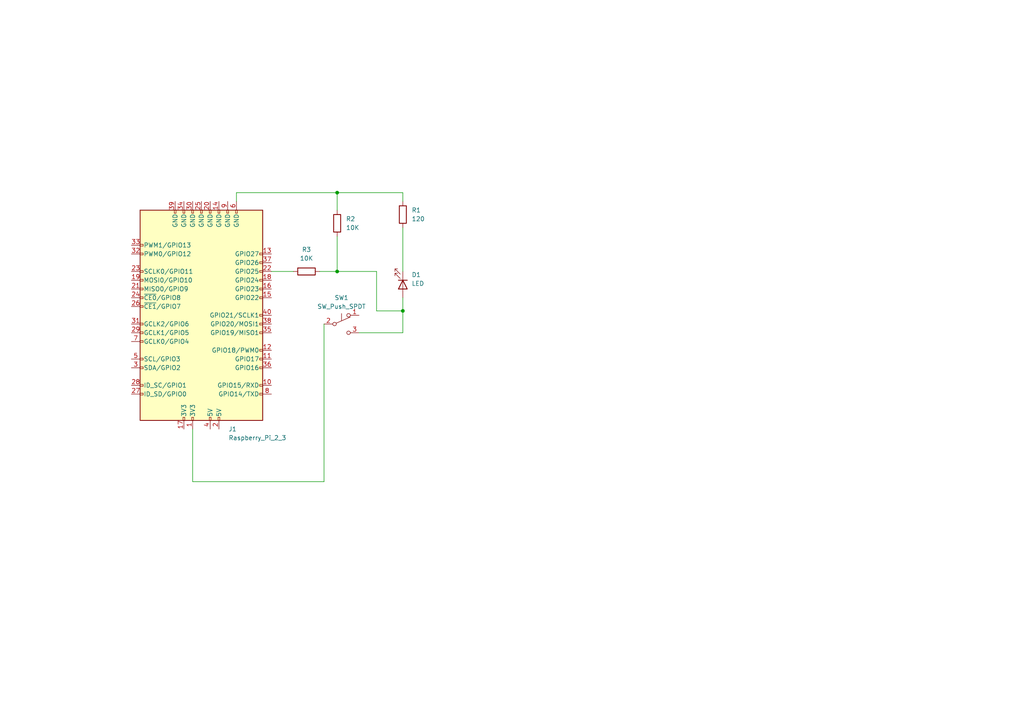
<source format=kicad_sch>
(kicad_sch (version 20211123) (generator eeschema)

  (uuid 9538e4ed-27e6-4c37-b989-9859dc0d49e8)

  (paper "A4")

  (lib_symbols
    (symbol "Connector:Raspberry_Pi_2_3" (pin_names (offset 1.016)) (in_bom yes) (on_board yes)
      (property "Reference" "J" (id 0) (at -17.78 31.75 0)
        (effects (font (size 1.27 1.27)) (justify left bottom))
      )
      (property "Value" "Raspberry_Pi_2_3" (id 1) (at 10.16 -31.75 0)
        (effects (font (size 1.27 1.27)) (justify left top))
      )
      (property "Footprint" "" (id 2) (at 0 0 0)
        (effects (font (size 1.27 1.27)) hide)
      )
      (property "Datasheet" "https://www.raspberrypi.org/documentation/hardware/raspberrypi/schematics/rpi_SCH_3bplus_1p0_reduced.pdf" (id 3) (at 0 0 0)
        (effects (font (size 1.27 1.27)) hide)
      )
      (property "ki_keywords" "raspberrypi gpio" (id 4) (at 0 0 0)
        (effects (font (size 1.27 1.27)) hide)
      )
      (property "ki_description" "expansion header for Raspberry Pi 2 & 3" (id 5) (at 0 0 0)
        (effects (font (size 1.27 1.27)) hide)
      )
      (property "ki_fp_filters" "PinHeader*2x20*P2.54mm*Vertical* PinSocket*2x20*P2.54mm*Vertical*" (id 6) (at 0 0 0)
        (effects (font (size 1.27 1.27)) hide)
      )
      (symbol "Raspberry_Pi_2_3_0_1"
        (rectangle (start -17.78 30.48) (end 17.78 -30.48)
          (stroke (width 0.254) (type default) (color 0 0 0 0))
          (fill (type background))
        )
      )
      (symbol "Raspberry_Pi_2_3_1_1"
        (rectangle (start -16.891 -17.526) (end -17.78 -18.034)
          (stroke (width 0) (type default) (color 0 0 0 0))
          (fill (type none))
        )
        (rectangle (start -16.891 -14.986) (end -17.78 -15.494)
          (stroke (width 0) (type default) (color 0 0 0 0))
          (fill (type none))
        )
        (rectangle (start -16.891 -12.446) (end -17.78 -12.954)
          (stroke (width 0) (type default) (color 0 0 0 0))
          (fill (type none))
        )
        (rectangle (start -16.891 -9.906) (end -17.78 -10.414)
          (stroke (width 0) (type default) (color 0 0 0 0))
          (fill (type none))
        )
        (rectangle (start -16.891 -7.366) (end -17.78 -7.874)
          (stroke (width 0) (type default) (color 0 0 0 0))
          (fill (type none))
        )
        (rectangle (start -16.891 -4.826) (end -17.78 -5.334)
          (stroke (width 0) (type default) (color 0 0 0 0))
          (fill (type none))
        )
        (rectangle (start -16.891 0.254) (end -17.78 -0.254)
          (stroke (width 0) (type default) (color 0 0 0 0))
          (fill (type none))
        )
        (rectangle (start -16.891 2.794) (end -17.78 2.286)
          (stroke (width 0) (type default) (color 0 0 0 0))
          (fill (type none))
        )
        (rectangle (start -16.891 5.334) (end -17.78 4.826)
          (stroke (width 0) (type default) (color 0 0 0 0))
          (fill (type none))
        )
        (rectangle (start -16.891 10.414) (end -17.78 9.906)
          (stroke (width 0) (type default) (color 0 0 0 0))
          (fill (type none))
        )
        (rectangle (start -16.891 12.954) (end -17.78 12.446)
          (stroke (width 0) (type default) (color 0 0 0 0))
          (fill (type none))
        )
        (rectangle (start -16.891 15.494) (end -17.78 14.986)
          (stroke (width 0) (type default) (color 0 0 0 0))
          (fill (type none))
        )
        (rectangle (start -16.891 20.574) (end -17.78 20.066)
          (stroke (width 0) (type default) (color 0 0 0 0))
          (fill (type none))
        )
        (rectangle (start -16.891 23.114) (end -17.78 22.606)
          (stroke (width 0) (type default) (color 0 0 0 0))
          (fill (type none))
        )
        (rectangle (start -10.414 -29.591) (end -9.906 -30.48)
          (stroke (width 0) (type default) (color 0 0 0 0))
          (fill (type none))
        )
        (rectangle (start -7.874 -29.591) (end -7.366 -30.48)
          (stroke (width 0) (type default) (color 0 0 0 0))
          (fill (type none))
        )
        (rectangle (start -5.334 -29.591) (end -4.826 -30.48)
          (stroke (width 0) (type default) (color 0 0 0 0))
          (fill (type none))
        )
        (rectangle (start -5.334 30.48) (end -4.826 29.591)
          (stroke (width 0) (type default) (color 0 0 0 0))
          (fill (type none))
        )
        (rectangle (start -2.794 -29.591) (end -2.286 -30.48)
          (stroke (width 0) (type default) (color 0 0 0 0))
          (fill (type none))
        )
        (rectangle (start -2.794 30.48) (end -2.286 29.591)
          (stroke (width 0) (type default) (color 0 0 0 0))
          (fill (type none))
        )
        (rectangle (start -0.254 -29.591) (end 0.254 -30.48)
          (stroke (width 0) (type default) (color 0 0 0 0))
          (fill (type none))
        )
        (rectangle (start 2.286 -29.591) (end 2.794 -30.48)
          (stroke (width 0) (type default) (color 0 0 0 0))
          (fill (type none))
        )
        (rectangle (start 2.286 30.48) (end 2.794 29.591)
          (stroke (width 0) (type default) (color 0 0 0 0))
          (fill (type none))
        )
        (rectangle (start 4.826 -29.591) (end 5.334 -30.48)
          (stroke (width 0) (type default) (color 0 0 0 0))
          (fill (type none))
        )
        (rectangle (start 4.826 30.48) (end 5.334 29.591)
          (stroke (width 0) (type default) (color 0 0 0 0))
          (fill (type none))
        )
        (rectangle (start 7.366 -29.591) (end 7.874 -30.48)
          (stroke (width 0) (type default) (color 0 0 0 0))
          (fill (type none))
        )
        (rectangle (start 17.78 -20.066) (end 16.891 -20.574)
          (stroke (width 0) (type default) (color 0 0 0 0))
          (fill (type none))
        )
        (rectangle (start 17.78 -17.526) (end 16.891 -18.034)
          (stroke (width 0) (type default) (color 0 0 0 0))
          (fill (type none))
        )
        (rectangle (start 17.78 -12.446) (end 16.891 -12.954)
          (stroke (width 0) (type default) (color 0 0 0 0))
          (fill (type none))
        )
        (rectangle (start 17.78 -9.906) (end 16.891 -10.414)
          (stroke (width 0) (type default) (color 0 0 0 0))
          (fill (type none))
        )
        (rectangle (start 17.78 -7.366) (end 16.891 -7.874)
          (stroke (width 0) (type default) (color 0 0 0 0))
          (fill (type none))
        )
        (rectangle (start 17.78 -4.826) (end 16.891 -5.334)
          (stroke (width 0) (type default) (color 0 0 0 0))
          (fill (type none))
        )
        (rectangle (start 17.78 -2.286) (end 16.891 -2.794)
          (stroke (width 0) (type default) (color 0 0 0 0))
          (fill (type none))
        )
        (rectangle (start 17.78 2.794) (end 16.891 2.286)
          (stroke (width 0) (type default) (color 0 0 0 0))
          (fill (type none))
        )
        (rectangle (start 17.78 5.334) (end 16.891 4.826)
          (stroke (width 0) (type default) (color 0 0 0 0))
          (fill (type none))
        )
        (rectangle (start 17.78 7.874) (end 16.891 7.366)
          (stroke (width 0) (type default) (color 0 0 0 0))
          (fill (type none))
        )
        (rectangle (start 17.78 12.954) (end 16.891 12.446)
          (stroke (width 0) (type default) (color 0 0 0 0))
          (fill (type none))
        )
        (rectangle (start 17.78 15.494) (end 16.891 14.986)
          (stroke (width 0) (type default) (color 0 0 0 0))
          (fill (type none))
        )
        (rectangle (start 17.78 20.574) (end 16.891 20.066)
          (stroke (width 0) (type default) (color 0 0 0 0))
          (fill (type none))
        )
        (rectangle (start 17.78 23.114) (end 16.891 22.606)
          (stroke (width 0) (type default) (color 0 0 0 0))
          (fill (type none))
        )
        (pin power_in line (at 2.54 33.02 270) (length 2.54)
          (name "3V3" (effects (font (size 1.27 1.27))))
          (number "1" (effects (font (size 1.27 1.27))))
        )
        (pin bidirectional line (at -20.32 20.32 0) (length 2.54)
          (name "GPIO15/RXD" (effects (font (size 1.27 1.27))))
          (number "10" (effects (font (size 1.27 1.27))))
        )
        (pin bidirectional line (at -20.32 12.7 0) (length 2.54)
          (name "GPIO17" (effects (font (size 1.27 1.27))))
          (number "11" (effects (font (size 1.27 1.27))))
        )
        (pin bidirectional line (at -20.32 10.16 0) (length 2.54)
          (name "GPIO18/PWM0" (effects (font (size 1.27 1.27))))
          (number "12" (effects (font (size 1.27 1.27))))
        )
        (pin bidirectional line (at -20.32 -17.78 0) (length 2.54)
          (name "GPIO27" (effects (font (size 1.27 1.27))))
          (number "13" (effects (font (size 1.27 1.27))))
        )
        (pin power_in line (at -5.08 -33.02 90) (length 2.54)
          (name "GND" (effects (font (size 1.27 1.27))))
          (number "14" (effects (font (size 1.27 1.27))))
        )
        (pin bidirectional line (at -20.32 -5.08 0) (length 2.54)
          (name "GPIO22" (effects (font (size 1.27 1.27))))
          (number "15" (effects (font (size 1.27 1.27))))
        )
        (pin bidirectional line (at -20.32 -7.62 0) (length 2.54)
          (name "GPIO23" (effects (font (size 1.27 1.27))))
          (number "16" (effects (font (size 1.27 1.27))))
        )
        (pin power_in line (at 5.08 33.02 270) (length 2.54)
          (name "3V3" (effects (font (size 1.27 1.27))))
          (number "17" (effects (font (size 1.27 1.27))))
        )
        (pin bidirectional line (at -20.32 -10.16 0) (length 2.54)
          (name "GPIO24" (effects (font (size 1.27 1.27))))
          (number "18" (effects (font (size 1.27 1.27))))
        )
        (pin bidirectional line (at 20.32 -10.16 180) (length 2.54)
          (name "MOSI0/GPIO10" (effects (font (size 1.27 1.27))))
          (number "19" (effects (font (size 1.27 1.27))))
        )
        (pin power_in line (at -5.08 33.02 270) (length 2.54)
          (name "5V" (effects (font (size 1.27 1.27))))
          (number "2" (effects (font (size 1.27 1.27))))
        )
        (pin power_in line (at -2.54 -33.02 90) (length 2.54)
          (name "GND" (effects (font (size 1.27 1.27))))
          (number "20" (effects (font (size 1.27 1.27))))
        )
        (pin bidirectional line (at 20.32 -7.62 180) (length 2.54)
          (name "MISO0/GPIO9" (effects (font (size 1.27 1.27))))
          (number "21" (effects (font (size 1.27 1.27))))
        )
        (pin bidirectional line (at -20.32 -12.7 0) (length 2.54)
          (name "GPIO25" (effects (font (size 1.27 1.27))))
          (number "22" (effects (font (size 1.27 1.27))))
        )
        (pin bidirectional line (at 20.32 -12.7 180) (length 2.54)
          (name "SCLK0/GPIO11" (effects (font (size 1.27 1.27))))
          (number "23" (effects (font (size 1.27 1.27))))
        )
        (pin bidirectional line (at 20.32 -5.08 180) (length 2.54)
          (name "~{CE0}/GPIO8" (effects (font (size 1.27 1.27))))
          (number "24" (effects (font (size 1.27 1.27))))
        )
        (pin power_in line (at 0 -33.02 90) (length 2.54)
          (name "GND" (effects (font (size 1.27 1.27))))
          (number "25" (effects (font (size 1.27 1.27))))
        )
        (pin bidirectional line (at 20.32 -2.54 180) (length 2.54)
          (name "~{CE1}/GPIO7" (effects (font (size 1.27 1.27))))
          (number "26" (effects (font (size 1.27 1.27))))
        )
        (pin bidirectional line (at 20.32 22.86 180) (length 2.54)
          (name "ID_SD/GPIO0" (effects (font (size 1.27 1.27))))
          (number "27" (effects (font (size 1.27 1.27))))
        )
        (pin bidirectional line (at 20.32 20.32 180) (length 2.54)
          (name "ID_SC/GPIO1" (effects (font (size 1.27 1.27))))
          (number "28" (effects (font (size 1.27 1.27))))
        )
        (pin bidirectional line (at 20.32 5.08 180) (length 2.54)
          (name "GCLK1/GPIO5" (effects (font (size 1.27 1.27))))
          (number "29" (effects (font (size 1.27 1.27))))
        )
        (pin bidirectional line (at 20.32 15.24 180) (length 2.54)
          (name "SDA/GPIO2" (effects (font (size 1.27 1.27))))
          (number "3" (effects (font (size 1.27 1.27))))
        )
        (pin power_in line (at 2.54 -33.02 90) (length 2.54)
          (name "GND" (effects (font (size 1.27 1.27))))
          (number "30" (effects (font (size 1.27 1.27))))
        )
        (pin bidirectional line (at 20.32 2.54 180) (length 2.54)
          (name "GCLK2/GPIO6" (effects (font (size 1.27 1.27))))
          (number "31" (effects (font (size 1.27 1.27))))
        )
        (pin bidirectional line (at 20.32 -17.78 180) (length 2.54)
          (name "PWM0/GPIO12" (effects (font (size 1.27 1.27))))
          (number "32" (effects (font (size 1.27 1.27))))
        )
        (pin bidirectional line (at 20.32 -20.32 180) (length 2.54)
          (name "PWM1/GPIO13" (effects (font (size 1.27 1.27))))
          (number "33" (effects (font (size 1.27 1.27))))
        )
        (pin power_in line (at 5.08 -33.02 90) (length 2.54)
          (name "GND" (effects (font (size 1.27 1.27))))
          (number "34" (effects (font (size 1.27 1.27))))
        )
        (pin bidirectional line (at -20.32 5.08 0) (length 2.54)
          (name "GPIO19/MISO1" (effects (font (size 1.27 1.27))))
          (number "35" (effects (font (size 1.27 1.27))))
        )
        (pin bidirectional line (at -20.32 15.24 0) (length 2.54)
          (name "GPIO16" (effects (font (size 1.27 1.27))))
          (number "36" (effects (font (size 1.27 1.27))))
        )
        (pin bidirectional line (at -20.32 -15.24 0) (length 2.54)
          (name "GPIO26" (effects (font (size 1.27 1.27))))
          (number "37" (effects (font (size 1.27 1.27))))
        )
        (pin bidirectional line (at -20.32 2.54 0) (length 2.54)
          (name "GPIO20/MOSI1" (effects (font (size 1.27 1.27))))
          (number "38" (effects (font (size 1.27 1.27))))
        )
        (pin power_in line (at 7.62 -33.02 90) (length 2.54)
          (name "GND" (effects (font (size 1.27 1.27))))
          (number "39" (effects (font (size 1.27 1.27))))
        )
        (pin power_in line (at -2.54 33.02 270) (length 2.54)
          (name "5V" (effects (font (size 1.27 1.27))))
          (number "4" (effects (font (size 1.27 1.27))))
        )
        (pin bidirectional line (at -20.32 0 0) (length 2.54)
          (name "GPIO21/SCLK1" (effects (font (size 1.27 1.27))))
          (number "40" (effects (font (size 1.27 1.27))))
        )
        (pin bidirectional line (at 20.32 12.7 180) (length 2.54)
          (name "SCL/GPIO3" (effects (font (size 1.27 1.27))))
          (number "5" (effects (font (size 1.27 1.27))))
        )
        (pin power_in line (at -10.16 -33.02 90) (length 2.54)
          (name "GND" (effects (font (size 1.27 1.27))))
          (number "6" (effects (font (size 1.27 1.27))))
        )
        (pin bidirectional line (at 20.32 7.62 180) (length 2.54)
          (name "GCLK0/GPIO4" (effects (font (size 1.27 1.27))))
          (number "7" (effects (font (size 1.27 1.27))))
        )
        (pin bidirectional line (at -20.32 22.86 0) (length 2.54)
          (name "GPIO14/TXD" (effects (font (size 1.27 1.27))))
          (number "8" (effects (font (size 1.27 1.27))))
        )
        (pin power_in line (at -7.62 -33.02 90) (length 2.54)
          (name "GND" (effects (font (size 1.27 1.27))))
          (number "9" (effects (font (size 1.27 1.27))))
        )
      )
    )
    (symbol "Device:LED" (pin_numbers hide) (pin_names (offset 1.016) hide) (in_bom yes) (on_board yes)
      (property "Reference" "D" (id 0) (at 0 2.54 0)
        (effects (font (size 1.27 1.27)))
      )
      (property "Value" "LED" (id 1) (at 0 -2.54 0)
        (effects (font (size 1.27 1.27)))
      )
      (property "Footprint" "" (id 2) (at 0 0 0)
        (effects (font (size 1.27 1.27)) hide)
      )
      (property "Datasheet" "~" (id 3) (at 0 0 0)
        (effects (font (size 1.27 1.27)) hide)
      )
      (property "ki_keywords" "LED diode" (id 4) (at 0 0 0)
        (effects (font (size 1.27 1.27)) hide)
      )
      (property "ki_description" "Light emitting diode" (id 5) (at 0 0 0)
        (effects (font (size 1.27 1.27)) hide)
      )
      (property "ki_fp_filters" "LED* LED_SMD:* LED_THT:*" (id 6) (at 0 0 0)
        (effects (font (size 1.27 1.27)) hide)
      )
      (symbol "LED_0_1"
        (polyline
          (pts
            (xy -1.27 -1.27)
            (xy -1.27 1.27)
          )
          (stroke (width 0.254) (type default) (color 0 0 0 0))
          (fill (type none))
        )
        (polyline
          (pts
            (xy -1.27 0)
            (xy 1.27 0)
          )
          (stroke (width 0) (type default) (color 0 0 0 0))
          (fill (type none))
        )
        (polyline
          (pts
            (xy 1.27 -1.27)
            (xy 1.27 1.27)
            (xy -1.27 0)
            (xy 1.27 -1.27)
          )
          (stroke (width 0.254) (type default) (color 0 0 0 0))
          (fill (type none))
        )
        (polyline
          (pts
            (xy -3.048 -0.762)
            (xy -4.572 -2.286)
            (xy -3.81 -2.286)
            (xy -4.572 -2.286)
            (xy -4.572 -1.524)
          )
          (stroke (width 0) (type default) (color 0 0 0 0))
          (fill (type none))
        )
        (polyline
          (pts
            (xy -1.778 -0.762)
            (xy -3.302 -2.286)
            (xy -2.54 -2.286)
            (xy -3.302 -2.286)
            (xy -3.302 -1.524)
          )
          (stroke (width 0) (type default) (color 0 0 0 0))
          (fill (type none))
        )
      )
      (symbol "LED_1_1"
        (pin passive line (at -3.81 0 0) (length 2.54)
          (name "K" (effects (font (size 1.27 1.27))))
          (number "1" (effects (font (size 1.27 1.27))))
        )
        (pin passive line (at 3.81 0 180) (length 2.54)
          (name "A" (effects (font (size 1.27 1.27))))
          (number "2" (effects (font (size 1.27 1.27))))
        )
      )
    )
    (symbol "Device:R" (pin_numbers hide) (pin_names (offset 0)) (in_bom yes) (on_board yes)
      (property "Reference" "R" (id 0) (at 2.032 0 90)
        (effects (font (size 1.27 1.27)))
      )
      (property "Value" "R" (id 1) (at 0 0 90)
        (effects (font (size 1.27 1.27)))
      )
      (property "Footprint" "" (id 2) (at -1.778 0 90)
        (effects (font (size 1.27 1.27)) hide)
      )
      (property "Datasheet" "~" (id 3) (at 0 0 0)
        (effects (font (size 1.27 1.27)) hide)
      )
      (property "ki_keywords" "R res resistor" (id 4) (at 0 0 0)
        (effects (font (size 1.27 1.27)) hide)
      )
      (property "ki_description" "Resistor" (id 5) (at 0 0 0)
        (effects (font (size 1.27 1.27)) hide)
      )
      (property "ki_fp_filters" "R_*" (id 6) (at 0 0 0)
        (effects (font (size 1.27 1.27)) hide)
      )
      (symbol "R_0_1"
        (rectangle (start -1.016 -2.54) (end 1.016 2.54)
          (stroke (width 0.254) (type default) (color 0 0 0 0))
          (fill (type none))
        )
      )
      (symbol "R_1_1"
        (pin passive line (at 0 3.81 270) (length 1.27)
          (name "~" (effects (font (size 1.27 1.27))))
          (number "1" (effects (font (size 1.27 1.27))))
        )
        (pin passive line (at 0 -3.81 90) (length 1.27)
          (name "~" (effects (font (size 1.27 1.27))))
          (number "2" (effects (font (size 1.27 1.27))))
        )
      )
    )
    (symbol "Switch:SW_Push_SPDT" (pin_names (offset 0) hide) (in_bom yes) (on_board yes)
      (property "Reference" "SW" (id 0) (at 0 4.318 0)
        (effects (font (size 1.27 1.27)))
      )
      (property "Value" "SW_Push_SPDT" (id 1) (at 0 -5.08 0)
        (effects (font (size 1.27 1.27)))
      )
      (property "Footprint" "" (id 2) (at 0 0 0)
        (effects (font (size 1.27 1.27)) hide)
      )
      (property "Datasheet" "~" (id 3) (at 0 0 0)
        (effects (font (size 1.27 1.27)) hide)
      )
      (property "ki_keywords" "switch single-pole double-throw spdt ON-ON" (id 4) (at 0 0 0)
        (effects (font (size 1.27 1.27)) hide)
      )
      (property "ki_description" "Momentary Switch, single pole double throw" (id 5) (at 0 0 0)
        (effects (font (size 1.27 1.27)) hide)
      )
      (symbol "SW_Push_SPDT_0_0"
        (circle (center -2.032 0) (radius 0.508)
          (stroke (width 0) (type default) (color 0 0 0 0))
          (fill (type none))
        )
        (polyline
          (pts
            (xy 0 1.016)
            (xy 0 3.048)
          )
          (stroke (width 0) (type default) (color 0 0 0 0))
          (fill (type none))
        )
        (circle (center 2.032 -2.54) (radius 0.508)
          (stroke (width 0) (type default) (color 0 0 0 0))
          (fill (type none))
        )
      )
      (symbol "SW_Push_SPDT_0_1"
        (polyline
          (pts
            (xy -1.524 0.254)
            (xy 2.54 2.032)
          )
          (stroke (width 0) (type default) (color 0 0 0 0))
          (fill (type none))
        )
        (circle (center 2.032 2.54) (radius 0.508)
          (stroke (width 0) (type default) (color 0 0 0 0))
          (fill (type none))
        )
      )
      (symbol "SW_Push_SPDT_1_1"
        (pin passive line (at 5.08 2.54 180) (length 2.54)
          (name "A" (effects (font (size 1.27 1.27))))
          (number "1" (effects (font (size 1.27 1.27))))
        )
        (pin passive line (at -5.08 0 0) (length 2.54)
          (name "B" (effects (font (size 1.27 1.27))))
          (number "2" (effects (font (size 1.27 1.27))))
        )
        (pin passive line (at 5.08 -2.54 180) (length 2.54)
          (name "C" (effects (font (size 1.27 1.27))))
          (number "3" (effects (font (size 1.27 1.27))))
        )
      )
    )
  )


  (junction (at 97.79 55.88) (diameter 0) (color 0 0 0 0)
    (uuid 7119ff1d-9b7c-4a49-9306-dec144374f02)
  )
  (junction (at 116.84 90.17) (diameter 0) (color 0 0 0 0)
    (uuid 89030bec-8474-49b3-8e58-8a965f8c6b1f)
  )
  (junction (at 97.79 78.74) (diameter 0) (color 0 0 0 0)
    (uuid fb80dd55-3ea5-4682-ac71-8146f7928902)
  )

  (wire (pts (xy 97.79 55.88) (xy 116.84 55.88))
    (stroke (width 0) (type default) (color 0 0 0 0))
    (uuid 0a28fcc6-75d3-4bdf-ab2e-ddb0670da709)
  )
  (wire (pts (xy 68.58 55.88) (xy 68.58 58.42))
    (stroke (width 0) (type default) (color 0 0 0 0))
    (uuid 13de7215-b06a-4087-8d2c-be65eea44cd4)
  )
  (wire (pts (xy 92.71 78.74) (xy 97.79 78.74))
    (stroke (width 0) (type default) (color 0 0 0 0))
    (uuid 16f84875-3f77-4ef4-8f52-dd2ff9e79d54)
  )
  (wire (pts (xy 116.84 58.42) (xy 116.84 55.88))
    (stroke (width 0) (type default) (color 0 0 0 0))
    (uuid 1fe30dd6-6d4e-4639-9b28-aafff3ab7552)
  )
  (wire (pts (xy 93.98 139.7) (xy 93.98 93.98))
    (stroke (width 0) (type default) (color 0 0 0 0))
    (uuid 322bbe7e-2df4-4b78-87ec-a4ecf7564d4b)
  )
  (wire (pts (xy 97.79 55.88) (xy 97.79 60.96))
    (stroke (width 0) (type default) (color 0 0 0 0))
    (uuid 43877fa7-1ed9-4f07-942f-958667100312)
  )
  (wire (pts (xy 55.88 139.7) (xy 93.98 139.7))
    (stroke (width 0) (type default) (color 0 0 0 0))
    (uuid 450075ea-49c4-403a-a2ce-760212cdc89d)
  )
  (wire (pts (xy 68.58 55.88) (xy 97.79 55.88))
    (stroke (width 0) (type default) (color 0 0 0 0))
    (uuid 5287f433-9893-45fa-a242-6e4d28397cc5)
  )
  (wire (pts (xy 116.84 66.04) (xy 116.84 78.74))
    (stroke (width 0) (type default) (color 0 0 0 0))
    (uuid 5d50b081-1148-45a7-a1b0-a58d779d42ee)
  )
  (wire (pts (xy 97.79 68.58) (xy 97.79 78.74))
    (stroke (width 0) (type default) (color 0 0 0 0))
    (uuid 5f684fde-122e-4d79-bc3d-24f2a52bfcc7)
  )
  (wire (pts (xy 97.79 78.74) (xy 109.22 78.74))
    (stroke (width 0) (type default) (color 0 0 0 0))
    (uuid 6b36b158-41fc-47be-8d5e-5b12bc423c22)
  )
  (wire (pts (xy 55.88 124.46) (xy 55.88 139.7))
    (stroke (width 0) (type default) (color 0 0 0 0))
    (uuid 6bb3a453-52db-491b-98d4-7b9c63c694df)
  )
  (wire (pts (xy 104.14 96.52) (xy 116.84 96.52))
    (stroke (width 0) (type default) (color 0 0 0 0))
    (uuid 865ccc24-8d76-40dd-b186-09e79726bf18)
  )
  (wire (pts (xy 109.22 90.17) (xy 109.22 78.74))
    (stroke (width 0) (type default) (color 0 0 0 0))
    (uuid 958f2e24-2e55-4830-948a-e3aedc735d28)
  )
  (wire (pts (xy 78.74 78.74) (xy 85.09 78.74))
    (stroke (width 0) (type default) (color 0 0 0 0))
    (uuid a0a36433-ee07-4eed-be02-830401b43bf9)
  )
  (wire (pts (xy 116.84 90.17) (xy 109.22 90.17))
    (stroke (width 0) (type default) (color 0 0 0 0))
    (uuid b06f104a-569e-4d12-b5ef-4ca58f944548)
  )
  (wire (pts (xy 116.84 90.17) (xy 116.84 86.36))
    (stroke (width 0) (type default) (color 0 0 0 0))
    (uuid bffea12d-8de1-490a-ba26-1f56aa432c9e)
  )
  (wire (pts (xy 116.84 96.52) (xy 116.84 90.17))
    (stroke (width 0) (type default) (color 0 0 0 0))
    (uuid f1bd5f7d-edb4-4d35-97d5-194540778a1b)
  )

  (symbol (lib_id "Device:R") (at 97.79 64.77 0) (unit 1)
    (in_bom yes) (on_board yes) (fields_autoplaced)
    (uuid 21025cb4-71da-4688-b2a3-845a2b256d24)
    (property "Reference" "R2" (id 0) (at 100.33 63.4999 0)
      (effects (font (size 1.27 1.27)) (justify left))
    )
    (property "Value" "" (id 1) (at 100.33 66.0399 0)
      (effects (font (size 1.27 1.27)) (justify left))
    )
    (property "Footprint" "" (id 2) (at 96.012 64.77 90)
      (effects (font (size 1.27 1.27)) hide)
    )
    (property "Datasheet" "~" (id 3) (at 97.79 64.77 0)
      (effects (font (size 1.27 1.27)) hide)
    )
    (pin "1" (uuid 534671d5-37e3-40ee-b167-db70ea40b4b3))
    (pin "2" (uuid ec225f02-93d9-42a5-95d6-daf86d020213))
  )

  (symbol (lib_id "Switch:SW_Push_SPDT") (at 99.06 93.98 0) (unit 1)
    (in_bom yes) (on_board yes) (fields_autoplaced)
    (uuid 61e20929-fdb8-4de8-a467-5c7fb9e87a1e)
    (property "Reference" "SW1" (id 0) (at 99.06 86.36 0))
    (property "Value" "SW_Push_SPDT" (id 1) (at 99.06 88.9 0))
    (property "Footprint" "" (id 2) (at 99.06 93.98 0)
      (effects (font (size 1.27 1.27)) hide)
    )
    (property "Datasheet" "~" (id 3) (at 99.06 93.98 0)
      (effects (font (size 1.27 1.27)) hide)
    )
    (pin "1" (uuid 85984d64-3610-4f58-8ace-91f76139a009))
    (pin "2" (uuid e036ad3e-7b4c-455c-9e94-aef4d7ff282e))
    (pin "3" (uuid 8ca4aa66-fbb4-47af-8819-dd73ee95a2be))
  )

  (symbol (lib_id "Device:LED") (at 116.84 82.55 270) (unit 1)
    (in_bom yes) (on_board yes) (fields_autoplaced)
    (uuid 88f2c5d0-ef3f-49a8-aa6f-586a595bc1a1)
    (property "Reference" "D1" (id 0) (at 119.38 79.6924 90)
      (effects (font (size 1.27 1.27)) (justify left))
    )
    (property "Value" "" (id 1) (at 119.38 82.2324 90)
      (effects (font (size 1.27 1.27)) (justify left))
    )
    (property "Footprint" "" (id 2) (at 116.84 82.55 0)
      (effects (font (size 1.27 1.27)) hide)
    )
    (property "Datasheet" "~" (id 3) (at 116.84 82.55 0)
      (effects (font (size 1.27 1.27)) hide)
    )
    (pin "1" (uuid e95464ad-5115-4da7-9d42-07f7afedab43))
    (pin "2" (uuid 5a7031ce-a2cb-49c2-9f46-45c089956e0d))
  )

  (symbol (lib_id "Device:R") (at 88.9 78.74 90) (unit 1)
    (in_bom yes) (on_board yes) (fields_autoplaced)
    (uuid a9408200-298c-46fc-8ad7-79f23315b6c3)
    (property "Reference" "R3" (id 0) (at 88.9 72.39 90))
    (property "Value" "" (id 1) (at 88.9 74.93 90))
    (property "Footprint" "" (id 2) (at 88.9 80.518 90)
      (effects (font (size 1.27 1.27)) hide)
    )
    (property "Datasheet" "~" (id 3) (at 88.9 78.74 0)
      (effects (font (size 1.27 1.27)) hide)
    )
    (pin "1" (uuid b9695ebe-2fb0-4fa6-8f8d-5af666d64b1b))
    (pin "2" (uuid dd330c65-cea7-4590-ba33-f3676d80356f))
  )

  (symbol (lib_id "Connector:Raspberry_Pi_2_3") (at 58.42 91.44 180) (unit 1)
    (in_bom yes) (on_board yes) (fields_autoplaced)
    (uuid e52e7cef-7a64-4848-8436-290ba3f36ee4)
    (property "Reference" "J1" (id 0) (at 66.2687 124.46 0)
      (effects (font (size 1.27 1.27)) (justify right))
    )
    (property "Value" "" (id 1) (at 66.2687 127 0)
      (effects (font (size 1.27 1.27)) (justify right))
    )
    (property "Footprint" "" (id 2) (at 58.42 91.44 0)
      (effects (font (size 1.27 1.27)) hide)
    )
    (property "Datasheet" "https://www.raspberrypi.org/documentation/hardware/raspberrypi/schematics/rpi_SCH_3bplus_1p0_reduced.pdf" (id 3) (at 58.42 91.44 0)
      (effects (font (size 1.27 1.27)) hide)
    )
    (pin "1" (uuid 59c43686-2605-4964-898c-ea48ea3b121e))
    (pin "10" (uuid 5df6cb4a-3143-4fde-9e5e-43900021c7b8))
    (pin "11" (uuid 1a8ebf2d-7e4b-42ba-8c6a-2fd162e248cb))
    (pin "12" (uuid 8af0d93e-c3d1-4e62-8f2d-cd3cb376b0cc))
    (pin "13" (uuid 2fe90946-4465-486a-b17e-35d3153db0a6))
    (pin "14" (uuid 0512a4cd-8ca9-4b59-b46b-99bf78e86169))
    (pin "15" (uuid 27320ce2-5937-48a3-9b97-44ecf6fac5be))
    (pin "16" (uuid eeb6fbe0-69be-4fa7-9f53-525b0af0254d))
    (pin "17" (uuid 35e39d7c-d7c3-447d-88bb-405145a7f669))
    (pin "18" (uuid d81a062e-405f-42f1-bde6-88159f2d5c28))
    (pin "19" (uuid a61a2940-ba5a-4f13-9dfb-faa2a82d1738))
    (pin "2" (uuid efde4761-1d3f-4df0-a2c7-e8d55a6f1436))
    (pin "20" (uuid 302b35e4-6670-451d-a393-9bd0d52c33af))
    (pin "21" (uuid 6f15beb2-0106-4fbf-8adb-ccdb5a75c0e0))
    (pin "22" (uuid 4bece68a-1596-4915-9b75-74c59a81fbd6))
    (pin "23" (uuid 359d4095-7e08-4e54-945e-63f380a9ecd6))
    (pin "24" (uuid b26f05c6-45b4-4835-b8be-d2c660fd83ad))
    (pin "25" (uuid 8a43a549-7c53-4159-9079-e3706117cb9f))
    (pin "26" (uuid d4f7fae7-033b-42f6-b7ba-d553a4e26289))
    (pin "27" (uuid 6871d271-2c45-4198-8143-c27a9519af3d))
    (pin "28" (uuid 971438bc-4cd8-4327-b08b-db03d03a9a5d))
    (pin "29" (uuid 6f521512-dc80-4bfa-b1e7-99b2bbf7dc8f))
    (pin "3" (uuid 8bf3af56-e566-4455-b8d0-59fd6ebf0477))
    (pin "30" (uuid eff17511-db80-4bf2-a5df-08ce5539f064))
    (pin "31" (uuid 85f108a3-c093-4b2f-96b6-48f3a532e42d))
    (pin "32" (uuid b3a9743e-0986-4452-a05e-5d2e63b68298))
    (pin "33" (uuid a4846049-f592-4cc8-a6ee-d1d1f746da0a))
    (pin "34" (uuid a58daa40-507a-419c-b0b1-c7945fc38402))
    (pin "35" (uuid cfe340c9-e55a-4efa-92f9-4a9ada8b9084))
    (pin "36" (uuid 624d7dfe-b62c-43d1-be54-9365187252a4))
    (pin "37" (uuid e36cfe49-6217-4ccf-9dcc-5b4c093b82a3))
    (pin "38" (uuid 2bf65490-bdce-49a7-b615-e71bdc3e6432))
    (pin "39" (uuid 333ef941-3534-4d43-a8e7-2454a8895d4a))
    (pin "4" (uuid 739d4c4f-eb76-4873-adb4-413f113a63ab))
    (pin "40" (uuid f952a120-8a7d-4bab-ac3d-fa08f8c6fed8))
    (pin "5" (uuid a51da19e-9a50-4dca-8d6f-5dbd75fb204b))
    (pin "6" (uuid 9be2511d-ade2-4226-92b7-3aaaf18f4666))
    (pin "7" (uuid 8dc98b11-1919-421a-8564-71d82f74ac4b))
    (pin "8" (uuid d1900729-d56b-4976-aa55-9cc260dc60e7))
    (pin "9" (uuid c297b840-adfe-4d79-b351-a7564512dd90))
  )

  (symbol (lib_id "Device:R") (at 116.84 62.23 0) (unit 1)
    (in_bom yes) (on_board yes) (fields_autoplaced)
    (uuid ebd06df3-d52b-4cff-99a2-a771df6d3733)
    (property "Reference" "R1" (id 0) (at 119.38 60.9599 0)
      (effects (font (size 1.27 1.27)) (justify left))
    )
    (property "Value" "" (id 1) (at 119.38 63.4999 0)
      (effects (font (size 1.27 1.27)) (justify left))
    )
    (property "Footprint" "" (id 2) (at 115.062 62.23 90)
      (effects (font (size 1.27 1.27)) hide)
    )
    (property "Datasheet" "~" (id 3) (at 116.84 62.23 0)
      (effects (font (size 1.27 1.27)) hide)
    )
    (pin "1" (uuid 057af6bb-cf6f-4bfb-b0c0-2e92a2c09a47))
    (pin "2" (uuid 935f462d-8b1e-4005-9f1e-17f537ab1756))
  )

  (sheet_instances
    (path "/" (page "1"))
  )

  (symbol_instances
    (path "/88f2c5d0-ef3f-49a8-aa6f-586a595bc1a1"
      (reference "D1") (unit 1) (value "LED") (footprint "")
    )
    (path "/e52e7cef-7a64-4848-8436-290ba3f36ee4"
      (reference "J1") (unit 1) (value "Raspberry_Pi_2_3") (footprint "")
    )
    (path "/ebd06df3-d52b-4cff-99a2-a771df6d3733"
      (reference "R1") (unit 1) (value "120") (footprint "")
    )
    (path "/21025cb4-71da-4688-b2a3-845a2b256d24"
      (reference "R2") (unit 1) (value "10K") (footprint "")
    )
    (path "/a9408200-298c-46fc-8ad7-79f23315b6c3"
      (reference "R3") (unit 1) (value "10K") (footprint "")
    )
    (path "/61e20929-fdb8-4de8-a467-5c7fb9e87a1e"
      (reference "SW1") (unit 1) (value "SW_Push_SPDT") (footprint "")
    )
  )
)

</source>
